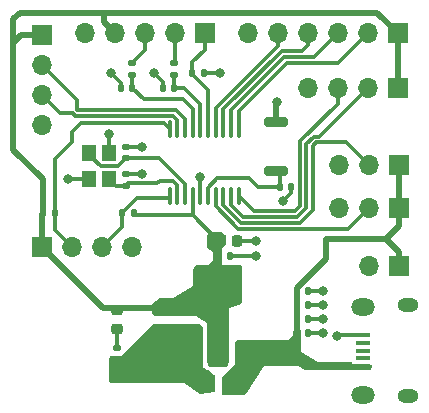
<source format=gbr>
%TF.GenerationSoftware,KiCad,Pcbnew,7.0.6*%
%TF.CreationDate,2023-07-29T21:44:08+03:00*%
%TF.ProjectId,cat-toy-stm-c0,6361742d-746f-4792-9d73-746d2d63302e,rev?*%
%TF.SameCoordinates,Original*%
%TF.FileFunction,Copper,L1,Top*%
%TF.FilePolarity,Positive*%
%FSLAX46Y46*%
G04 Gerber Fmt 4.6, Leading zero omitted, Abs format (unit mm)*
G04 Created by KiCad (PCBNEW 7.0.6) date 2023-07-29 21:44:08*
%MOMM*%
%LPD*%
G01*
G04 APERTURE LIST*
G04 Aperture macros list*
%AMRoundRect*
0 Rectangle with rounded corners*
0 $1 Rounding radius*
0 $2 $3 $4 $5 $6 $7 $8 $9 X,Y pos of 4 corners*
0 Add a 4 corners polygon primitive as box body*
4,1,4,$2,$3,$4,$5,$6,$7,$8,$9,$2,$3,0*
0 Add four circle primitives for the rounded corners*
1,1,$1+$1,$2,$3*
1,1,$1+$1,$4,$5*
1,1,$1+$1,$6,$7*
1,1,$1+$1,$8,$9*
0 Add four rect primitives between the rounded corners*
20,1,$1+$1,$2,$3,$4,$5,0*
20,1,$1+$1,$4,$5,$6,$7,0*
20,1,$1+$1,$6,$7,$8,$9,0*
20,1,$1+$1,$8,$9,$2,$3,0*%
G04 Aperture macros list end*
%TA.AperFunction,SMDPad,CuDef*%
%ADD10R,1.200000X1.400000*%
%TD*%
%TA.AperFunction,SMDPad,CuDef*%
%ADD11RoundRect,0.135000X0.185000X-0.135000X0.185000X0.135000X-0.185000X0.135000X-0.185000X-0.135000X0*%
%TD*%
%TA.AperFunction,SMDPad,CuDef*%
%ADD12RoundRect,0.140000X-0.140000X-0.170000X0.140000X-0.170000X0.140000X0.170000X-0.140000X0.170000X0*%
%TD*%
%TA.AperFunction,ComponentPad*%
%ADD13R,1.700000X1.700000*%
%TD*%
%TA.AperFunction,ComponentPad*%
%ADD14O,1.700000X1.700000*%
%TD*%
%TA.AperFunction,SMDPad,CuDef*%
%ADD15RoundRect,0.135000X0.135000X0.185000X-0.135000X0.185000X-0.135000X-0.185000X0.135000X-0.185000X0*%
%TD*%
%TA.AperFunction,SMDPad,CuDef*%
%ADD16RoundRect,0.140000X0.170000X-0.140000X0.170000X0.140000X-0.170000X0.140000X-0.170000X-0.140000X0*%
%TD*%
%TA.AperFunction,SMDPad,CuDef*%
%ADD17RoundRect,0.218750X0.256250X-0.218750X0.256250X0.218750X-0.256250X0.218750X-0.256250X-0.218750X0*%
%TD*%
%TA.AperFunction,SMDPad,CuDef*%
%ADD18RoundRect,0.225000X-0.225000X-0.250000X0.225000X-0.250000X0.225000X0.250000X-0.225000X0.250000X0*%
%TD*%
%TA.AperFunction,SMDPad,CuDef*%
%ADD19R,1.500000X2.000000*%
%TD*%
%TA.AperFunction,SMDPad,CuDef*%
%ADD20R,3.800000X2.000000*%
%TD*%
%TA.AperFunction,SMDPad,CuDef*%
%ADD21RoundRect,0.200000X-0.800000X0.200000X-0.800000X-0.200000X0.800000X-0.200000X0.800000X0.200000X0*%
%TD*%
%TA.AperFunction,SMDPad,CuDef*%
%ADD22RoundRect,0.140000X0.140000X0.170000X-0.140000X0.170000X-0.140000X-0.170000X0.140000X-0.170000X0*%
%TD*%
%TA.AperFunction,SMDPad,CuDef*%
%ADD23RoundRect,0.135000X-0.135000X-0.185000X0.135000X-0.185000X0.135000X0.185000X-0.135000X0.185000X0*%
%TD*%
%TA.AperFunction,SMDPad,CuDef*%
%ADD24RoundRect,0.100000X0.100000X-0.637500X0.100000X0.637500X-0.100000X0.637500X-0.100000X-0.637500X0*%
%TD*%
%TA.AperFunction,SMDPad,CuDef*%
%ADD25R,1.300000X0.450000*%
%TD*%
%TA.AperFunction,ComponentPad*%
%ADD26O,1.800000X1.150000*%
%TD*%
%TA.AperFunction,ComponentPad*%
%ADD27O,2.000000X1.450000*%
%TD*%
%TA.AperFunction,SMDPad,CuDef*%
%ADD28RoundRect,0.250000X0.250000X0.475000X-0.250000X0.475000X-0.250000X-0.475000X0.250000X-0.475000X0*%
%TD*%
%TA.AperFunction,SMDPad,CuDef*%
%ADD29RoundRect,0.135000X-0.185000X0.135000X-0.185000X-0.135000X0.185000X-0.135000X0.185000X0.135000X0*%
%TD*%
%TA.AperFunction,SMDPad,CuDef*%
%ADD30RoundRect,0.250000X-0.475000X0.250000X-0.475000X-0.250000X0.475000X-0.250000X0.475000X0.250000X0*%
%TD*%
%TA.AperFunction,ViaPad*%
%ADD31C,0.800000*%
%TD*%
%TA.AperFunction,Conductor*%
%ADD32C,0.300000*%
%TD*%
%TA.AperFunction,Conductor*%
%ADD33C,0.500000*%
%TD*%
G04 APERTURE END LIST*
D10*
%TO.P,Y1,1,1*%
%TO.N,/RCC_IN*%
X175900000Y-84550000D03*
%TO.P,Y1,2,2*%
%TO.N,GND*%
X175900000Y-82350000D03*
%TO.P,Y1,3,3*%
%TO.N,/RCC_OUT*%
X174200000Y-82350000D03*
%TO.P,Y1,4,4*%
%TO.N,GND*%
X174200000Y-84550000D03*
%TD*%
D11*
%TO.P,R4,1*%
%TO.N,/JOYSTICK_Y*%
X181400000Y-75720000D03*
%TO.P,R4,2*%
%TO.N,Net-(J7-Pin_2)*%
X181400000Y-74700000D03*
%TD*%
D12*
%TO.P,C12,1*%
%TO.N,/JOYSTICK_BTN*%
X182920000Y-75600000D03*
%TO.P,C12,2*%
%TO.N,GND*%
X183880000Y-75600000D03*
%TD*%
D13*
%TO.P,J6,1,Pin_1*%
%TO.N,+3.3V*%
X170180000Y-90300000D03*
D14*
%TO.P,J6,2,Pin_2*%
%TO.N,/I2C1_SCL*%
X172720000Y-90300000D03*
%TO.P,J6,3,Pin_3*%
%TO.N,/I2C1_SDA*%
X175260000Y-90300000D03*
%TO.P,J6,4,Pin_4*%
%TO.N,GND*%
X177800000Y-90300000D03*
%TD*%
D15*
%TO.P,R3,1*%
%TO.N,+3.3V*%
X177960000Y-87450000D03*
%TO.P,R3,2*%
%TO.N,/I2C1_SDA*%
X176940000Y-87450000D03*
%TD*%
D16*
%TO.P,C11,1*%
%TO.N,/RCC_OUT*%
X177300000Y-82760000D03*
%TO.P,C11,2*%
%TO.N,GND*%
X177300000Y-81800000D03*
%TD*%
D17*
%TO.P,D1,1,K*%
%TO.N,Net-(D1-K)*%
X176500000Y-97237500D03*
%TO.P,D1,2,A*%
%TO.N,+3.3V*%
X176500000Y-95662500D03*
%TD*%
D12*
%TO.P,C6,1*%
%TO.N,+5V*%
X191770000Y-97600000D03*
%TO.P,C6,2*%
%TO.N,GND*%
X192730000Y-97600000D03*
%TD*%
D18*
%TO.P,C8,1*%
%TO.N,+3.3V*%
X185120000Y-89800000D03*
%TO.P,C8,2*%
%TO.N,GND*%
X186670000Y-89800000D03*
%TD*%
D19*
%TO.P,U1,1,GND*%
%TO.N,GND*%
X182800000Y-99300000D03*
%TO.P,U1,2,VO*%
%TO.N,+3.3V*%
X185100000Y-99300000D03*
D20*
X185100000Y-93000000D03*
D19*
%TO.P,U1,3,VI*%
%TO.N,+5V*%
X187400000Y-99300000D03*
%TD*%
D21*
%TO.P,SW1,1,1*%
%TO.N,GND*%
X190020000Y-79700000D03*
%TO.P,SW1,2,2*%
%TO.N,/NRST*%
X190020000Y-83900000D03*
%TD*%
D22*
%TO.P,C14,1*%
%TO.N,/JOYSTICK_X*%
X177800000Y-76800000D03*
%TO.P,C14,2*%
%TO.N,GND*%
X176840000Y-76800000D03*
%TD*%
D12*
%TO.P,C7,1*%
%TO.N,+3.3V*%
X185140000Y-91100000D03*
%TO.P,C7,2*%
%TO.N,GND*%
X186100000Y-91100000D03*
%TD*%
D23*
%TO.P,R2,1*%
%TO.N,+3.3V*%
X170240000Y-87450000D03*
%TO.P,R2,2*%
%TO.N,/I2C1_SCL*%
X171260000Y-87450000D03*
%TD*%
D12*
%TO.P,C5,1*%
%TO.N,+5V*%
X191770000Y-96400000D03*
%TO.P,C5,2*%
%TO.N,GND*%
X192730000Y-96400000D03*
%TD*%
D24*
%TO.P,U2,1,PB7*%
%TO.N,/I2C1_SDA*%
X181000000Y-86000000D03*
%TO.P,U2,2,PC14*%
%TO.N,/RCC_IN*%
X181650000Y-86000000D03*
%TO.P,U2,3,PC15*%
%TO.N,/RCC_OUT*%
X182300000Y-86000000D03*
%TO.P,U2,4,VDD*%
%TO.N,+3.3V*%
X182950000Y-86000000D03*
%TO.P,U2,5,VSS*%
%TO.N,GND*%
X183600000Y-86000000D03*
%TO.P,U2,6,PF2*%
%TO.N,/NRST*%
X184250000Y-86000000D03*
%TO.P,U2,7,PA0*%
%TO.N,/TIM1_CH1*%
X184900000Y-86000000D03*
%TO.P,U2,8,PA1*%
%TO.N,/TIM1_CH2*%
X185550000Y-86000000D03*
%TO.P,U2,9,PA2*%
%TO.N,/USART2_TX*%
X186200000Y-86000000D03*
%TO.P,U2,10,PA3*%
%TO.N,/USART2_RX*%
X186850000Y-86000000D03*
%TO.P,U2,11,PA4*%
%TO.N,/SPI1_CS*%
X186850000Y-80275000D03*
%TO.P,U2,12,PA5*%
%TO.N,/SPI1_SCK*%
X186200000Y-80275000D03*
%TO.P,U2,13,PA6*%
%TO.N,/SPI1_MISO*%
X185550000Y-80275000D03*
%TO.P,U2,14,PA7*%
%TO.N,/SPI1_MOSI*%
X184900000Y-80275000D03*
%TO.P,U2,15,PA8*%
%TO.N,/JOYSTICK_BTN*%
X184250000Y-80275000D03*
%TO.P,U2,16,PA9/PA11*%
%TO.N,/JOYSTICK_Y*%
X183600000Y-80275000D03*
%TO.P,U2,17,PA10/PA12*%
%TO.N,/JOYSTICK_X*%
X182950000Y-80275000D03*
%TO.P,U2,18,PA13*%
%TO.N,/DEBUG_SWDIO*%
X182300000Y-80275000D03*
%TO.P,U2,19,PA14*%
%TO.N,/DEBUG_SWCLK*%
X181650000Y-80275000D03*
%TO.P,U2,20,PB6*%
%TO.N,/I2C1_SCL*%
X181000000Y-80275000D03*
%TD*%
D13*
%TO.P,J1,1,Pin_1*%
%TO.N,+5V*%
X200380000Y-87000000D03*
D14*
%TO.P,J1,2,Pin_2*%
%TO.N,/TIM1_CH1*%
X197840000Y-87000000D03*
%TO.P,J1,3,Pin_3*%
%TO.N,GND*%
X195300000Y-87000000D03*
%TD*%
D11*
%TO.P,R5,1*%
%TO.N,/JOYSTICK_X*%
X177840000Y-75710000D03*
%TO.P,R5,2*%
%TO.N,Net-(J7-Pin_3)*%
X177840000Y-74690000D03*
%TD*%
D13*
%TO.P,J3,1,Pin_1*%
%TO.N,+3.3V*%
X200300000Y-76800000D03*
D14*
%TO.P,J3,2,Pin_2*%
%TO.N,/USART2_TX*%
X197760000Y-76800000D03*
%TO.P,J3,3,Pin_3*%
%TO.N,/USART2_RX*%
X195220000Y-76800000D03*
%TO.P,J3,4,Pin_4*%
%TO.N,GND*%
X192680000Y-76800000D03*
%TD*%
%TO.P,J4,6,Pin_6*%
%TO.N,GND*%
X187600000Y-72200000D03*
%TO.P,J4,5,Pin_5*%
%TO.N,/SPI1_MOSI*%
X190140000Y-72200000D03*
%TO.P,J4,4,Pin_4*%
%TO.N,/SPI1_MISO*%
X192680000Y-72200000D03*
%TO.P,J4,3,Pin_3*%
%TO.N,/SPI1_SCK*%
X195220000Y-72200000D03*
%TO.P,J4,2,Pin_2*%
%TO.N,/SPI1_CS*%
X197760000Y-72200000D03*
D13*
%TO.P,J4,1,Pin_1*%
%TO.N,+3.3V*%
X200300000Y-72200000D03*
%TD*%
%TO.P,J9,1,Pin_1*%
%TO.N,+5V*%
X200400000Y-91900000D03*
D14*
%TO.P,J9,2,Pin_2*%
%TO.N,GND*%
X197860000Y-91900000D03*
%TD*%
D12*
%TO.P,C3,1*%
%TO.N,+5V*%
X191780000Y-94000000D03*
%TO.P,C3,2*%
%TO.N,GND*%
X192740000Y-94000000D03*
%TD*%
D25*
%TO.P,J8,1,VBUS*%
%TO.N,+5V*%
X197350000Y-100375000D03*
%TO.P,J8,2,D-*%
%TO.N,unconnected-(J8-D--Pad2)*%
X197350000Y-99725000D03*
%TO.P,J8,3,D+*%
%TO.N,unconnected-(J8-D+-Pad3)*%
X197350000Y-99075000D03*
%TO.P,J8,4,ID*%
%TO.N,unconnected-(J8-ID-Pad4)*%
X197350000Y-98425000D03*
%TO.P,J8,5,GND*%
%TO.N,GND*%
X197350000Y-97775000D03*
D26*
%TO.P,J8,6,Shield*%
%TO.N,N/C*%
X201200000Y-102950000D03*
D27*
X197400000Y-102800000D03*
X197400000Y-95350000D03*
D26*
X201200000Y-95200000D03*
%TD*%
D12*
%TO.P,C9,1*%
%TO.N,/NRST*%
X190340000Y-85200000D03*
%TO.P,C9,2*%
%TO.N,GND*%
X191300000Y-85200000D03*
%TD*%
%TO.P,C4,1*%
%TO.N,+5V*%
X191770000Y-95200000D03*
%TO.P,C4,2*%
%TO.N,GND*%
X192730000Y-95200000D03*
%TD*%
D14*
%TO.P,J5,4,Pin_4*%
%TO.N,GND*%
X170150000Y-79950000D03*
%TO.P,J5,3,Pin_3*%
%TO.N,/DEBUG_SWCLK*%
X170150000Y-77410000D03*
%TO.P,J5,2,Pin_2*%
%TO.N,/DEBUG_SWDIO*%
X170150000Y-74870000D03*
D13*
%TO.P,J5,1,Pin_1*%
%TO.N,+3.3V*%
X170150000Y-72330000D03*
%TD*%
%TO.P,J7,1,Pin_1*%
%TO.N,/JOYSTICK_BTN*%
X183960000Y-72200000D03*
D14*
%TO.P,J7,2,Pin_2*%
%TO.N,Net-(J7-Pin_2)*%
X181420000Y-72200000D03*
%TO.P,J7,3,Pin_3*%
%TO.N,Net-(J7-Pin_3)*%
X178880000Y-72200000D03*
%TO.P,J7,4,Pin_4*%
%TO.N,+3.3V*%
X176340000Y-72200000D03*
%TO.P,J7,5,Pin_5*%
%TO.N,GND*%
X173800000Y-72200000D03*
%TD*%
D22*
%TO.P,C13,1*%
%TO.N,/JOYSTICK_Y*%
X181400000Y-76800000D03*
%TO.P,C13,2*%
%TO.N,GND*%
X180440000Y-76800000D03*
%TD*%
D28*
%TO.P,C1,1*%
%TO.N,+5V*%
X186100000Y-101900000D03*
%TO.P,C1,2*%
%TO.N,GND*%
X184200000Y-101900000D03*
%TD*%
D29*
%TO.P,R1,1*%
%TO.N,Net-(D1-K)*%
X176500000Y-98890000D03*
%TO.P,R1,2*%
%TO.N,GND*%
X176500000Y-99910000D03*
%TD*%
D13*
%TO.P,J2,1,Pin_1*%
%TO.N,+5V*%
X200380000Y-83350000D03*
D14*
%TO.P,J2,2,Pin_2*%
%TO.N,/TIM1_CH2*%
X197840000Y-83350000D03*
%TO.P,J2,3,Pin_3*%
%TO.N,GND*%
X195300000Y-83350000D03*
%TD*%
D30*
%TO.P,C2,1*%
%TO.N,+3.3V*%
X180300000Y-95500000D03*
%TO.P,C2,2*%
%TO.N,GND*%
X180300000Y-97400000D03*
%TD*%
D16*
%TO.P,C10,1*%
%TO.N,/RCC_IN*%
X177300000Y-85110000D03*
%TO.P,C10,2*%
%TO.N,GND*%
X177300000Y-84150000D03*
%TD*%
D31*
%TO.N,GND*%
X176000000Y-75600000D03*
X179700000Y-75600000D03*
X185300000Y-75600000D03*
X195200000Y-97800000D03*
X188300000Y-91100000D03*
X188300000Y-89800000D03*
X182200000Y-97500000D03*
X183200000Y-97550000D03*
X179700000Y-98750000D03*
X180750000Y-98750000D03*
X176500000Y-100800000D03*
X183600000Y-84350000D03*
X178650000Y-84150000D03*
X178650000Y-81800000D03*
X172350000Y-84550000D03*
X175900000Y-80700000D03*
X193950000Y-94000000D03*
X193950000Y-95200000D03*
X193950000Y-96400000D03*
X193950000Y-97600000D03*
X190600000Y-86400000D03*
X190050000Y-78050000D03*
%TD*%
D32*
%TO.N,/SPI1_CS*%
X186850000Y-80275000D02*
X186850000Y-78750000D01*
%TO.N,/USART2_TX*%
X193610000Y-80950000D02*
X197760000Y-76800000D01*
X193199999Y-80950000D02*
X193610000Y-80950000D01*
X192550000Y-81600000D02*
X193199999Y-80950000D01*
%TO.N,/USART2_RX*%
X195220000Y-78180000D02*
X195220000Y-76800000D01*
X192050000Y-81350000D02*
X195220000Y-78180000D01*
%TO.N,/USART2_TX*%
X192550000Y-87017767D02*
X192550000Y-81600000D01*
X187226104Y-87750000D02*
X191817767Y-87750000D01*
X186200000Y-86723896D02*
X187226104Y-87750000D01*
X191817767Y-87750000D02*
X192550000Y-87017767D01*
X186200000Y-86000000D02*
X186200000Y-86723896D01*
%TO.N,/USART2_RX*%
X188100000Y-87250000D02*
X191610661Y-87250000D01*
X186850000Y-86000000D02*
X188100000Y-87250000D01*
X191610661Y-87250000D02*
X192050000Y-86810661D01*
X192050000Y-86810661D02*
X192050000Y-81350000D01*
%TO.N,GND*%
X176840000Y-76440000D02*
X176000000Y-75600000D01*
X176840000Y-76800000D02*
X176840000Y-76440000D01*
%TO.N,/JOYSTICK_X*%
X182950000Y-78650000D02*
X182950000Y-80275000D01*
X178800000Y-77800000D02*
X182100000Y-77800000D01*
X182100000Y-77800000D02*
X182950000Y-78650000D01*
X177800000Y-76800000D02*
X178800000Y-77800000D01*
%TO.N,Net-(J7-Pin_3)*%
X178880000Y-73650000D02*
X177840000Y-74690000D01*
X178880000Y-72200000D02*
X178880000Y-73650000D01*
%TO.N,GND*%
X180440000Y-76340000D02*
X179700000Y-75600000D01*
X180440000Y-76800000D02*
X180440000Y-76340000D01*
%TO.N,/JOYSTICK_Y*%
X183600000Y-78200000D02*
X183600000Y-80275000D01*
X182200000Y-76800000D02*
X183600000Y-78200000D01*
X181400000Y-76800000D02*
X182200000Y-76800000D01*
%TO.N,Net-(J7-Pin_2)*%
X181420000Y-72200000D02*
X181420000Y-74680000D01*
X181420000Y-74680000D02*
X181400000Y-74700000D01*
%TO.N,/JOYSTICK_BTN*%
X184250000Y-76972965D02*
X184250000Y-80275000D01*
X182920000Y-75642965D02*
X184250000Y-76972965D01*
X182920000Y-75600000D02*
X182920000Y-75642965D01*
X183960000Y-73640000D02*
X183960000Y-72200000D01*
X182920000Y-74680000D02*
X183960000Y-73640000D01*
X182920000Y-75600000D02*
X182920000Y-74680000D01*
%TO.N,GND*%
X183880000Y-75600000D02*
X185300000Y-75600000D01*
D33*
%TO.N,+3.3V*%
X200300000Y-72200000D02*
X200300000Y-76800000D01*
D32*
%TO.N,/SPI1_MOSI*%
X190140000Y-73260000D02*
X190140000Y-72200000D01*
X184900000Y-78500000D02*
X190140000Y-73260000D01*
X184900000Y-80275000D02*
X184900000Y-78500000D01*
%TO.N,/SPI1_MISO*%
X192680000Y-73220000D02*
X192680000Y-72200000D01*
X190485788Y-73700000D02*
X192200000Y-73700000D01*
X185550000Y-78635788D02*
X190485788Y-73700000D01*
X192200000Y-73700000D02*
X192680000Y-73220000D01*
X185550000Y-80275000D02*
X185550000Y-78635788D01*
%TO.N,/SPI1_SCK*%
X186200000Y-80275000D02*
X186200000Y-78692894D01*
X193220000Y-74200000D02*
X195220000Y-72200000D01*
X190692894Y-74200000D02*
X193220000Y-74200000D01*
X186200000Y-78692894D02*
X190692894Y-74200000D01*
%TO.N,/SPI1_CS*%
X186850000Y-78750000D02*
X190900000Y-74700000D01*
X190900000Y-74700000D02*
X195260000Y-74700000D01*
X195260000Y-74700000D02*
X197760000Y-72200000D01*
D33*
%TO.N,+3.3V*%
X198550000Y-70450000D02*
X200300000Y-72200000D01*
X175400000Y-70450000D02*
X198550000Y-70450000D01*
X175400000Y-71260000D02*
X175400000Y-70450000D01*
X176340000Y-72200000D02*
X175400000Y-71260000D01*
X168300000Y-70450000D02*
X175400000Y-70450000D01*
D32*
%TO.N,GND*%
X195225000Y-97775000D02*
X195200000Y-97800000D01*
X197350000Y-97775000D02*
X195225000Y-97775000D01*
X186100000Y-91100000D02*
X188300000Y-91100000D01*
X186670000Y-89800000D02*
X188300000Y-89800000D01*
X191300000Y-85700000D02*
X190600000Y-86400000D01*
X191300000Y-85200000D02*
X191300000Y-85700000D01*
%TO.N,Net-(D1-K)*%
X176500000Y-97237500D02*
X176500000Y-98890000D01*
%TO.N,GND*%
X183600000Y-86000000D02*
X183600000Y-84350000D01*
%TO.N,/RCC_OUT*%
X180067106Y-82760000D02*
X177300000Y-82760000D01*
X182300000Y-84992894D02*
X180067106Y-82760000D01*
X182300000Y-86000000D02*
X182300000Y-84992894D01*
%TO.N,/RCC_IN*%
X181650000Y-85050000D02*
X181650000Y-86000000D01*
X181300000Y-84700000D02*
X181650000Y-85050000D01*
X180150000Y-84700000D02*
X181300000Y-84700000D01*
X179937500Y-84912500D02*
X180150000Y-84700000D01*
X177300000Y-85110000D02*
X177497500Y-84912500D01*
X177497500Y-84912500D02*
X179937500Y-84912500D01*
%TO.N,GND*%
X177300000Y-84150000D02*
X178650000Y-84150000D01*
X177300000Y-81800000D02*
X178650000Y-81800000D01*
X174200000Y-84550000D02*
X172350000Y-84550000D01*
X175900000Y-82350000D02*
X175900000Y-80700000D01*
%TO.N,/I2C1_SDA*%
X176940000Y-87410000D02*
X176940000Y-87450000D01*
X178200000Y-86150000D02*
X176940000Y-87410000D01*
X180850000Y-86150000D02*
X178200000Y-86150000D01*
X181000000Y-86000000D02*
X180850000Y-86150000D01*
%TO.N,/I2C1_SCL*%
X172700000Y-81450000D02*
X171260000Y-82890000D01*
X172700000Y-80600000D02*
X172700000Y-81450000D01*
X171260000Y-82890000D02*
X171260000Y-87450000D01*
X180525000Y-79800000D02*
X173500000Y-79800000D01*
X181000000Y-80275000D02*
X180525000Y-79800000D01*
X173500000Y-79800000D02*
X172700000Y-80600000D01*
%TO.N,+3.3V*%
X182950000Y-87630000D02*
X178140000Y-87630000D01*
X178140000Y-87630000D02*
X177960000Y-87450000D01*
X182950000Y-87630000D02*
X182950000Y-86000000D01*
X185120000Y-89800000D02*
X182950000Y-87630000D01*
%TO.N,/RCC_OUT*%
X175160000Y-83460000D02*
X174200000Y-82500000D01*
X176600000Y-83460000D02*
X175160000Y-83460000D01*
X177300000Y-82760000D02*
X176600000Y-83460000D01*
X174200000Y-82500000D02*
X174200000Y-82350000D01*
%TO.N,/RCC_IN*%
X176460000Y-85110000D02*
X175900000Y-84550000D01*
X177300000Y-85110000D02*
X176460000Y-85110000D01*
D33*
%TO.N,+3.3V*%
X170180000Y-90300000D02*
X175380000Y-95500000D01*
X175380000Y-95500000D02*
X180300000Y-95500000D01*
%TO.N,+5V*%
X191770000Y-96400000D02*
X191770000Y-97600000D01*
X191770000Y-96400000D02*
X191770000Y-95200000D01*
X191780000Y-95190000D02*
X191770000Y-95200000D01*
X191780000Y-94000000D02*
X191780000Y-95190000D01*
D32*
%TO.N,GND*%
X192730000Y-97600000D02*
X193950000Y-97600000D01*
X192740000Y-94000000D02*
X193950000Y-94000000D01*
X192730000Y-95200000D02*
X193950000Y-95200000D01*
X192730000Y-96400000D02*
X193950000Y-96400000D01*
%TO.N,/JOYSTICK_Y*%
X181400000Y-75720000D02*
X181400000Y-76800000D01*
%TO.N,/JOYSTICK_X*%
X177840000Y-76760000D02*
X177800000Y-76800000D01*
X177840000Y-75710000D02*
X177840000Y-76760000D01*
%TO.N,/DEBUG_SWDIO*%
X173169607Y-78687500D02*
X173141053Y-78658946D01*
X173141053Y-78658946D02*
X173141053Y-77861053D01*
X181493502Y-78687500D02*
X173169607Y-78687500D01*
X182300000Y-79493998D02*
X181493502Y-78687500D01*
X173141053Y-77861053D02*
X170150000Y-74870000D01*
X182300000Y-80275000D02*
X182300000Y-79493998D01*
%TO.N,/DEBUG_SWCLK*%
X172962500Y-79187500D02*
X172775000Y-79000000D01*
X172775000Y-79000000D02*
X171740000Y-79000000D01*
X181286396Y-79187500D02*
X172962500Y-79187500D01*
X171740000Y-79000000D02*
X170150000Y-77410000D01*
X181650000Y-79551104D02*
X181286396Y-79187500D01*
X181650000Y-80275000D02*
X181650000Y-79551104D01*
%TO.N,/I2C1_SCL*%
X171260000Y-88840000D02*
X172720000Y-90300000D01*
X171260000Y-87450000D02*
X171260000Y-88840000D01*
%TO.N,/I2C1_SDA*%
X176940000Y-87450000D02*
X176940000Y-88620000D01*
X176940000Y-88620000D02*
X175260000Y-90300000D01*
D33*
%TO.N,+3.3V*%
X167750000Y-71000000D02*
X168300000Y-70450000D01*
X167750000Y-73000000D02*
X167750000Y-71000000D01*
X167750000Y-73000000D02*
X168420000Y-72330000D01*
X168420000Y-72330000D02*
X170150000Y-72330000D01*
X167750000Y-82050000D02*
X167750000Y-73000000D01*
X170240000Y-84540000D02*
X167750000Y-82050000D01*
X170240000Y-87450000D02*
X170240000Y-84540000D01*
X170180000Y-87510000D02*
X170240000Y-87450000D01*
X170180000Y-90300000D02*
X170180000Y-87510000D01*
%TO.N,+5V*%
X200380000Y-87000000D02*
X200380000Y-83350000D01*
X200380000Y-88520000D02*
X200380000Y-87000000D01*
X199300000Y-89600000D02*
X200380000Y-88520000D01*
X199300000Y-89600000D02*
X200400000Y-90700000D01*
X200400000Y-90700000D02*
X200400000Y-91900000D01*
X194250000Y-89600000D02*
X199300000Y-89600000D01*
X194250000Y-91345614D02*
X194250000Y-89600000D01*
X191780000Y-94000000D02*
X191780000Y-93815614D01*
X191780000Y-93815614D02*
X194250000Y-91345614D01*
D32*
%TO.N,/TIM1_CH1*%
X184900000Y-86000000D02*
X184900000Y-86838108D01*
X184900000Y-86838108D02*
X186811892Y-88750000D01*
X186811892Y-88750000D02*
X196090000Y-88750000D01*
X196090000Y-88750000D02*
X197840000Y-87000000D01*
%TO.N,/TIM1_CH2*%
X195940000Y-81450000D02*
X197840000Y-83350000D01*
X193407106Y-81450000D02*
X195940000Y-81450000D01*
X193100000Y-81757106D02*
X193407106Y-81450000D01*
X193100000Y-87174873D02*
X193100000Y-81757106D01*
X192024873Y-88250000D02*
X193100000Y-87174873D01*
X187018998Y-88250000D02*
X192024873Y-88250000D01*
X185550000Y-86781002D02*
X187018998Y-88250000D01*
X185550000Y-86000000D02*
X185550000Y-86781002D01*
%TO.N,/NRST*%
X185026104Y-84500000D02*
X184250000Y-85276104D01*
X188450000Y-85200000D02*
X187750000Y-84500000D01*
X187750000Y-84500000D02*
X185026104Y-84500000D01*
X184250000Y-85276104D02*
X184250000Y-86000000D01*
X190340000Y-85200000D02*
X188450000Y-85200000D01*
X190340000Y-85200000D02*
X190340000Y-84220000D01*
X190340000Y-84220000D02*
X190020000Y-83900000D01*
D33*
%TO.N,GND*%
X190020000Y-78080000D02*
X190050000Y-78050000D01*
X190020000Y-79700000D02*
X190020000Y-78080000D01*
%TD*%
%TA.AperFunction,Conductor*%
%TO.N,GND*%
G36*
X183657442Y-96869685D02*
G01*
X183687228Y-96896536D01*
X183817328Y-97059161D01*
X183843836Y-97123805D01*
X183844500Y-97136621D01*
X183844500Y-99976118D01*
X183849719Y-100030813D01*
X183850000Y-100036705D01*
X183850000Y-100500000D01*
X183850001Y-100500001D01*
X183926637Y-100549814D01*
X184145607Y-100692144D01*
X184163087Y-100705885D01*
X184180765Y-100722553D01*
X184231226Y-100748211D01*
X184236908Y-100751490D01*
X184793579Y-101113326D01*
X184839060Y-101166366D01*
X184850000Y-101217293D01*
X184850000Y-102494262D01*
X184830315Y-102561301D01*
X184777511Y-102607056D01*
X184745591Y-102616705D01*
X183650252Y-102791959D01*
X183580944Y-102783113D01*
X183558587Y-102770419D01*
X182200000Y-101800000D01*
X176024000Y-101800000D01*
X175956961Y-101780315D01*
X175911206Y-101727511D01*
X175900000Y-101676000D01*
X175900000Y-99674000D01*
X175919685Y-99606961D01*
X175972489Y-99561206D01*
X176024000Y-99550000D01*
X176999999Y-99550000D01*
X177000000Y-99550000D01*
X179352461Y-97059159D01*
X179513300Y-96888859D01*
X179573642Y-96853636D01*
X179603450Y-96850000D01*
X183590403Y-96850000D01*
X183657442Y-96869685D01*
G37*
%TD.AperFunction*%
%TD*%
%TA.AperFunction,Conductor*%
%TO.N,+3.3V*%
G36*
X185427301Y-89069685D02*
G01*
X185432336Y-89073097D01*
X185698074Y-89262910D01*
X185741184Y-89317894D01*
X185750000Y-89363813D01*
X185749999Y-90048638D01*
X185730314Y-90115678D01*
X185713680Y-90136319D01*
X185450000Y-90399999D01*
X185449999Y-90400000D01*
X185450000Y-90400000D01*
X185450000Y-90850000D01*
X185450000Y-91850000D01*
X186976000Y-91850000D01*
X187043039Y-91869685D01*
X187088794Y-91922489D01*
X187100000Y-91974000D01*
X187100000Y-95010625D01*
X187080315Y-95077664D01*
X187027511Y-95123419D01*
X187015212Y-95128262D01*
X186050000Y-95450000D01*
X186050000Y-99976120D01*
X186041131Y-100022172D01*
X185881179Y-100422052D01*
X185838005Y-100476986D01*
X185771984Y-100499858D01*
X185766048Y-100500000D01*
X184433952Y-100500000D01*
X184366913Y-100480315D01*
X184321158Y-100427511D01*
X184318821Y-100422052D01*
X184158869Y-100022172D01*
X184150000Y-99976120D01*
X184150000Y-96750000D01*
X183200000Y-96150000D01*
X179808078Y-96150000D01*
X179741039Y-96130315D01*
X179712822Y-96105386D01*
X179528739Y-95884486D01*
X179500945Y-95820386D01*
X179500000Y-95805106D01*
X179500000Y-95163813D01*
X179519685Y-95096774D01*
X179551926Y-95062910D01*
X180167664Y-94623097D01*
X180233658Y-94600149D01*
X180239738Y-94600000D01*
X181299999Y-94600000D01*
X181300000Y-94600000D01*
X183000000Y-93600000D01*
X183000000Y-92187544D01*
X183019685Y-92120505D01*
X183020826Y-92118761D01*
X183163189Y-91905217D01*
X183216754Y-91860356D01*
X183266363Y-91850000D01*
X184250000Y-91850000D01*
X184700000Y-91450000D01*
X184700000Y-90750000D01*
X184700000Y-90749999D01*
X184699999Y-90749998D01*
X184201067Y-90387139D01*
X184158427Y-90331789D01*
X184150000Y-90286856D01*
X184150000Y-89363813D01*
X184169685Y-89296774D01*
X184201926Y-89262910D01*
X184467664Y-89073097D01*
X184533658Y-89050149D01*
X184539738Y-89050000D01*
X185360262Y-89050000D01*
X185427301Y-89069685D01*
G37*
%TD.AperFunction*%
%TD*%
%TA.AperFunction,Conductor*%
%TO.N,+5V*%
G36*
X192040403Y-97269685D02*
G01*
X192084273Y-97318546D01*
X192133467Y-97416933D01*
X192136409Y-97422818D01*
X192149500Y-97478272D01*
X192149500Y-97823066D01*
X192149729Y-97825517D01*
X192150000Y-97831296D01*
X192150000Y-99200000D01*
X193600000Y-100050000D01*
X196334867Y-100050000D01*
X196401906Y-100069685D01*
X196440286Y-100113978D01*
X196441300Y-100113284D01*
X196447397Y-100122184D01*
X196447661Y-100122489D01*
X196447766Y-100122723D01*
X196447792Y-100122762D01*
X196447794Y-100122765D01*
X196527235Y-100202206D01*
X196630009Y-100247585D01*
X196655135Y-100250500D01*
X197976000Y-100250499D01*
X198043039Y-100270184D01*
X198088794Y-100322987D01*
X198100000Y-100374499D01*
X198100000Y-100512455D01*
X198080315Y-100579494D01*
X198079174Y-100581237D01*
X198036811Y-100644782D01*
X197983246Y-100689644D01*
X197933637Y-100700000D01*
X192527235Y-100700000D01*
X192475272Y-100688587D01*
X191850000Y-100400000D01*
X189000000Y-100400000D01*
X187436811Y-102744783D01*
X187383246Y-102789644D01*
X187333637Y-102800000D01*
X185524000Y-102800000D01*
X185456961Y-102780315D01*
X185411206Y-102727511D01*
X185400000Y-102676000D01*
X185400000Y-101451362D01*
X185419685Y-101384323D01*
X185436319Y-101363681D01*
X185436318Y-101363680D01*
X186550000Y-100250000D01*
X186550000Y-98401360D01*
X186569685Y-98334322D01*
X186586310Y-98313689D01*
X186663683Y-98236316D01*
X186725005Y-98202834D01*
X186751362Y-98200000D01*
X191000000Y-98200000D01*
X191400000Y-97800000D01*
X191400000Y-97491332D01*
X191419685Y-97424294D01*
X191424800Y-97416933D01*
X191512800Y-97299600D01*
X191568771Y-97257779D01*
X191612000Y-97250000D01*
X191973364Y-97250000D01*
X192040403Y-97269685D01*
G37*
%TD.AperFunction*%
%TD*%
M02*

</source>
